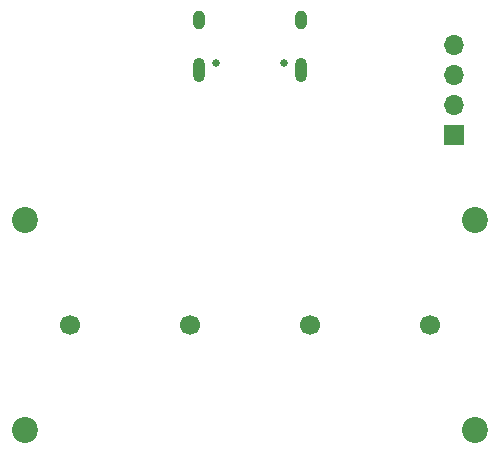
<source format=gbr>
%TF.GenerationSoftware,KiCad,Pcbnew,7.0.1*%
%TF.CreationDate,2023-05-11T20:00:56+01:00*%
%TF.ProjectId,MoonPad,4d6f6f6e-5061-4642-9e6b-696361645f70,rev?*%
%TF.SameCoordinates,Original*%
%TF.FileFunction,Soldermask,Bot*%
%TF.FilePolarity,Negative*%
%FSLAX46Y46*%
G04 Gerber Fmt 4.6, Leading zero omitted, Abs format (unit mm)*
G04 Created by KiCad (PCBNEW 7.0.1) date 2023-05-11 20:00:56*
%MOMM*%
%LPD*%
G01*
G04 APERTURE LIST*
%ADD10C,0.650000*%
%ADD11O,1.000000X2.100000*%
%ADD12O,1.000000X1.600000*%
%ADD13C,2.200000*%
%ADD14C,1.700000*%
%ADD15R,1.700000X1.700000*%
%ADD16O,1.700000X1.700000*%
G04 APERTURE END LIST*
D10*
%TO.C,J3*%
X180690000Y-83245000D03*
X174910000Y-83245000D03*
D11*
X182120000Y-83775000D03*
D12*
X182120000Y-79595000D03*
D11*
X173480000Y-83775000D03*
D12*
X173480000Y-79595000D03*
%TD*%
D13*
%TO.C,H2*%
X196850000Y-96520000D03*
%TD*%
%TO.C,H4*%
X196850000Y-114300000D03*
%TD*%
%TO.C,H3*%
X158750000Y-114300000D03*
%TD*%
%TO.C,H1*%
X158750000Y-96520000D03*
%TD*%
D14*
%TO.C,X*%
X172720000Y-105410000D03*
X162560000Y-105410000D03*
%TD*%
%TO.C,Z*%
X193040000Y-105410000D03*
X182880000Y-105410000D03*
%TD*%
D15*
%TO.C,J1*%
X195072000Y-89271000D03*
D16*
X195072000Y-86731000D03*
X195072000Y-84191000D03*
X195072000Y-81651000D03*
%TD*%
M02*

</source>
